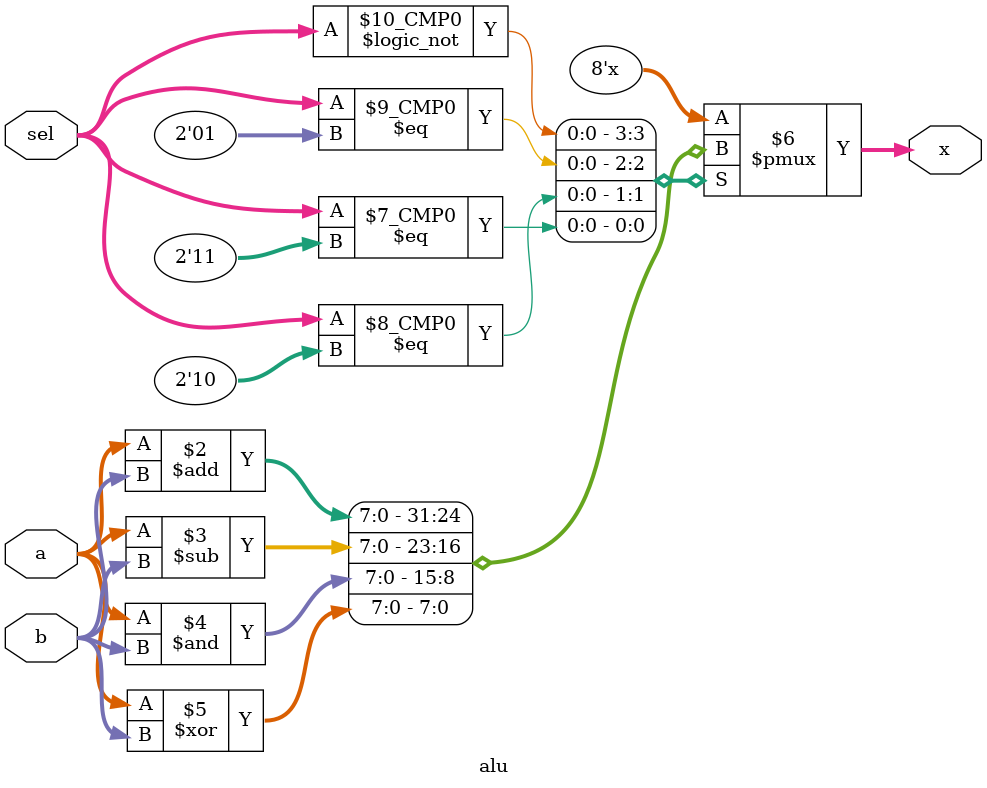
<source format=sv>
module alu (
    input logic [7:0] a, b,
    input logic [1:0] sel,
    output logic [7:0] x
);
    always_comb begin
        case(sel)
            2'b00: x = a + b;
            2'b01: x = a - b;
            2'b10: x = a & b;
            2'b11: x = a ^ b;
        endcase

    end

endmodule
</source>
